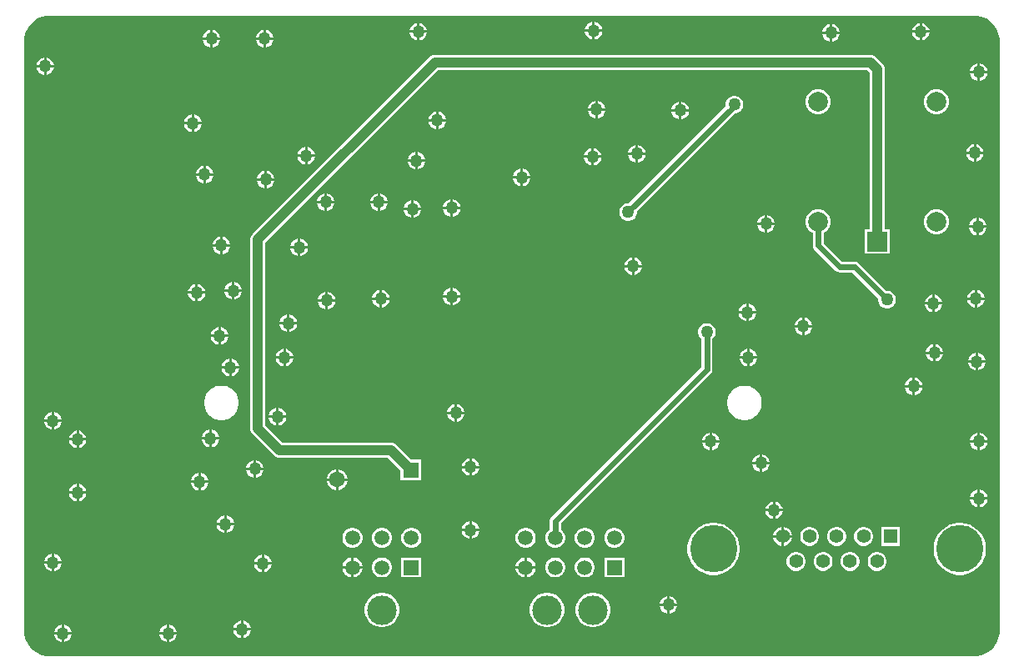
<source format=gbl>
G04*
G04 #@! TF.GenerationSoftware,Altium Limited,Altium Designer,25.8.1 (18)*
G04*
G04 Layer_Physical_Order=2*
G04 Layer_Color=16711680*
%FSLAX44Y44*%
%MOMM*%
G71*
G04*
G04 #@! TF.SameCoordinates,3D28AD71-2A70-4CFD-9337-590B9DAEE029*
G04*
G04*
G04 #@! TF.FilePolarity,Positive*
G04*
G01*
G75*
%ADD43R,1.6000X1.6000*%
%ADD44C,1.6000*%
%ADD48R,2.0000X2.0000*%
%ADD49C,2.0000*%
%ADD52C,0.6000*%
%ADD53C,1.0000*%
%ADD54C,1.5200*%
%ADD55R,1.5200X1.5200*%
%ADD56C,3.0000*%
%ADD57C,4.8000*%
%ADD58C,1.4000*%
%ADD59R,1.4000X1.4000*%
%ADD60C,1.2700*%
G36*
X979379Y659704D02*
X984001Y657789D01*
X988161Y655010D01*
X991699Y651471D01*
X994479Y647311D01*
X996394Y642689D01*
X997370Y637782D01*
Y635280D01*
Y36080D01*
Y33578D01*
X996394Y28671D01*
X994479Y24049D01*
X991699Y19888D01*
X988161Y16351D01*
X984001Y13571D01*
X979379Y11656D01*
X974472Y10680D01*
X30268D01*
X25361Y11656D01*
X20739Y13571D01*
X16578Y16351D01*
X13040Y19888D01*
X10261Y24049D01*
X8346Y28671D01*
X7370Y33578D01*
Y36080D01*
Y635280D01*
Y637782D01*
X8346Y642689D01*
X10261Y647311D01*
X13040Y651471D01*
X16578Y655010D01*
X20739Y657789D01*
X25361Y659704D01*
X30268Y660680D01*
X974472D01*
X979379Y659704D01*
D02*
G37*
%LPC*%
G36*
X586640Y654543D02*
Y646950D01*
X594233D01*
X593654Y649111D01*
X592484Y651139D01*
X590829Y652794D01*
X588801Y653964D01*
X586640Y654543D01*
D02*
G37*
G36*
X584100D02*
X581939Y653964D01*
X579911Y652794D01*
X578256Y651139D01*
X577086Y649111D01*
X576507Y646950D01*
X584100D01*
Y654543D01*
D02*
G37*
G36*
X918640Y653543D02*
Y645950D01*
X926233D01*
X925654Y648111D01*
X924484Y650139D01*
X922829Y651794D01*
X920801Y652964D01*
X918640Y653543D01*
D02*
G37*
G36*
X916100D02*
X913939Y652964D01*
X911911Y651794D01*
X910256Y650139D01*
X909086Y648111D01*
X908507Y645950D01*
X916100D01*
Y653543D01*
D02*
G37*
G36*
X408640D02*
Y645950D01*
X416233D01*
X415654Y648111D01*
X414484Y650139D01*
X412829Y651794D01*
X410801Y652964D01*
X408640Y653543D01*
D02*
G37*
G36*
X406100D02*
X403939Y652964D01*
X401911Y651794D01*
X400256Y650139D01*
X399086Y648111D01*
X398507Y645950D01*
X406100D01*
Y653543D01*
D02*
G37*
G36*
X827640Y652543D02*
Y644950D01*
X835233D01*
X834654Y647111D01*
X833484Y649139D01*
X831829Y650794D01*
X829801Y651964D01*
X827640Y652543D01*
D02*
G37*
G36*
X825100D02*
X822939Y651964D01*
X820911Y650794D01*
X819256Y649139D01*
X818086Y647111D01*
X817507Y644950D01*
X825100D01*
Y652543D01*
D02*
G37*
G36*
X252640Y646543D02*
Y638950D01*
X260233D01*
X259654Y641111D01*
X258484Y643139D01*
X256829Y644794D01*
X254801Y645964D01*
X252640Y646543D01*
D02*
G37*
G36*
X250100D02*
X247939Y645964D01*
X245911Y644794D01*
X244256Y643139D01*
X243086Y641111D01*
X242507Y638950D01*
X250100D01*
Y646543D01*
D02*
G37*
G36*
X198640D02*
Y638950D01*
X206233D01*
X205654Y641111D01*
X204484Y643139D01*
X202829Y644794D01*
X200801Y645964D01*
X198640Y646543D01*
D02*
G37*
G36*
X196100D02*
X193939Y645964D01*
X191911Y644794D01*
X190256Y643139D01*
X189086Y641111D01*
X188507Y638950D01*
X196100D01*
Y646543D01*
D02*
G37*
G36*
X594233Y644410D02*
X586640D01*
Y636817D01*
X588801Y637396D01*
X590829Y638566D01*
X592484Y640221D01*
X593654Y642249D01*
X594233Y644410D01*
D02*
G37*
G36*
X584100D02*
X576507D01*
X577086Y642249D01*
X578256Y640221D01*
X579911Y638566D01*
X581939Y637396D01*
X584100Y636817D01*
Y644410D01*
D02*
G37*
G36*
X926233Y643410D02*
X918640D01*
Y635817D01*
X920801Y636396D01*
X922829Y637566D01*
X924484Y639221D01*
X925654Y641249D01*
X926233Y643410D01*
D02*
G37*
G36*
X916100D02*
X908507D01*
X909086Y641249D01*
X910256Y639221D01*
X911911Y637566D01*
X913939Y636396D01*
X916100Y635817D01*
Y643410D01*
D02*
G37*
G36*
X416233D02*
X408640D01*
Y635817D01*
X410801Y636396D01*
X412829Y637566D01*
X414484Y639221D01*
X415654Y641249D01*
X416233Y643410D01*
D02*
G37*
G36*
X406100D02*
X398507D01*
X399086Y641249D01*
X400256Y639221D01*
X401911Y637566D01*
X403939Y636396D01*
X406100Y635817D01*
Y643410D01*
D02*
G37*
G36*
X835233Y642410D02*
X827640D01*
Y634817D01*
X829801Y635396D01*
X831829Y636566D01*
X833484Y638221D01*
X834654Y640249D01*
X835233Y642410D01*
D02*
G37*
G36*
X825100D02*
X817507D01*
X818086Y640249D01*
X819256Y638221D01*
X820911Y636566D01*
X822939Y635396D01*
X825100Y634817D01*
Y642410D01*
D02*
G37*
G36*
X260233Y636410D02*
X252640D01*
Y628817D01*
X254801Y629396D01*
X256829Y630566D01*
X258484Y632221D01*
X259654Y634249D01*
X260233Y636410D01*
D02*
G37*
G36*
X250100D02*
X242507D01*
X243086Y634249D01*
X244256Y632221D01*
X245911Y630566D01*
X247939Y629396D01*
X250100Y628817D01*
Y636410D01*
D02*
G37*
G36*
X206233D02*
X198640D01*
Y628817D01*
X200801Y629396D01*
X202829Y630566D01*
X204484Y632221D01*
X205654Y634249D01*
X206233Y636410D01*
D02*
G37*
G36*
X196100D02*
X188507D01*
X189086Y634249D01*
X190256Y632221D01*
X191911Y630566D01*
X193939Y629396D01*
X196100Y628817D01*
Y636410D01*
D02*
G37*
G36*
X29640Y618543D02*
Y610950D01*
X37233D01*
X36654Y613111D01*
X35484Y615139D01*
X33829Y616794D01*
X31801Y617964D01*
X29640Y618543D01*
D02*
G37*
G36*
X27100D02*
X24939Y617964D01*
X22911Y616794D01*
X21256Y615139D01*
X20086Y613111D01*
X19507Y610950D01*
X27100D01*
Y618543D01*
D02*
G37*
G36*
X977640Y612543D02*
Y604950D01*
X985233D01*
X984654Y607111D01*
X983484Y609139D01*
X981829Y610794D01*
X979801Y611964D01*
X977640Y612543D01*
D02*
G37*
G36*
X975100D02*
X972939Y611964D01*
X970911Y610794D01*
X969256Y609139D01*
X968086Y607111D01*
X967507Y604950D01*
X975100D01*
Y612543D01*
D02*
G37*
G36*
X37233Y608410D02*
X29640D01*
Y600817D01*
X31801Y601396D01*
X33829Y602566D01*
X35484Y604221D01*
X36654Y606249D01*
X37233Y608410D01*
D02*
G37*
G36*
X27100D02*
X19507D01*
X20086Y606249D01*
X21256Y604221D01*
X22911Y602566D01*
X24939Y601396D01*
X27100Y600817D01*
Y608410D01*
D02*
G37*
G36*
X985233Y602410D02*
X977640D01*
Y594817D01*
X979801Y595396D01*
X981829Y596566D01*
X983484Y598221D01*
X984654Y600249D01*
X985233Y602410D01*
D02*
G37*
G36*
X975100D02*
X967507D01*
X968086Y600249D01*
X969256Y598221D01*
X970911Y596566D01*
X972939Y595396D01*
X975100Y594817D01*
Y602410D01*
D02*
G37*
G36*
X589640Y574543D02*
Y566950D01*
X597233D01*
X596654Y569111D01*
X595484Y571139D01*
X593829Y572794D01*
X591801Y573964D01*
X589640Y574543D01*
D02*
G37*
G36*
X587100D02*
X584939Y573964D01*
X582911Y572794D01*
X581256Y571139D01*
X580086Y569111D01*
X579507Y566950D01*
X587100D01*
Y574543D01*
D02*
G37*
G36*
X674640Y573543D02*
Y565950D01*
X682233D01*
X681654Y568111D01*
X680484Y570139D01*
X678829Y571794D01*
X676801Y572964D01*
X674640Y573543D01*
D02*
G37*
G36*
X672100D02*
X669939Y572964D01*
X667911Y571794D01*
X666256Y570139D01*
X665086Y568111D01*
X664507Y565950D01*
X672100D01*
Y573543D01*
D02*
G37*
G36*
X935021Y586220D02*
X931719D01*
X928530Y585365D01*
X925670Y583714D01*
X923335Y581380D01*
X921685Y578520D01*
X920830Y575331D01*
Y572029D01*
X921685Y568840D01*
X923335Y565980D01*
X925670Y563646D01*
X928530Y561995D01*
X931719Y561140D01*
X935021D01*
X938210Y561995D01*
X941070Y563646D01*
X943404Y565980D01*
X945055Y568840D01*
X945910Y572029D01*
Y575331D01*
X945055Y578520D01*
X943404Y581380D01*
X941070Y583714D01*
X938210Y585365D01*
X935021Y586220D01*
D02*
G37*
G36*
X815021D02*
X811719D01*
X808530Y585365D01*
X805670Y583714D01*
X803335Y581380D01*
X801685Y578520D01*
X800830Y575331D01*
Y572029D01*
X801685Y568840D01*
X803335Y565980D01*
X805670Y563646D01*
X808530Y561995D01*
X811719Y561140D01*
X815021D01*
X818210Y561995D01*
X821070Y563646D01*
X823404Y565980D01*
X825055Y568840D01*
X825910Y572029D01*
Y575331D01*
X825055Y578520D01*
X823404Y581380D01*
X821070Y583714D01*
X818210Y585365D01*
X815021Y586220D01*
D02*
G37*
G36*
X597233Y564410D02*
X589640D01*
Y556817D01*
X591801Y557396D01*
X593829Y558566D01*
X595484Y560221D01*
X596654Y562249D01*
X597233Y564410D01*
D02*
G37*
G36*
X587100D02*
X579507D01*
X580086Y562249D01*
X581256Y560221D01*
X582911Y558566D01*
X584939Y557396D01*
X587100Y556817D01*
Y564410D01*
D02*
G37*
G36*
X427640Y563543D02*
Y555950D01*
X435233D01*
X434654Y558111D01*
X433484Y560139D01*
X431829Y561794D01*
X429801Y562964D01*
X427640Y563543D01*
D02*
G37*
G36*
X425100D02*
X422939Y562964D01*
X420911Y561794D01*
X419256Y560139D01*
X418086Y558111D01*
X417507Y555950D01*
X425100D01*
Y563543D01*
D02*
G37*
G36*
X682233Y563410D02*
X674640D01*
Y555817D01*
X676801Y556396D01*
X678829Y557566D01*
X680484Y559221D01*
X681654Y561249D01*
X682233Y563410D01*
D02*
G37*
G36*
X672100D02*
X664507D01*
X665086Y561249D01*
X666256Y559221D01*
X667911Y557566D01*
X669939Y556396D01*
X672100Y555817D01*
Y563410D01*
D02*
G37*
G36*
X179640Y560543D02*
Y552950D01*
X187233D01*
X186654Y555111D01*
X185484Y557139D01*
X183829Y558794D01*
X181801Y559964D01*
X179640Y560543D01*
D02*
G37*
G36*
X177100D02*
X174939Y559964D01*
X172911Y558794D01*
X171256Y557139D01*
X170086Y555111D01*
X169507Y552950D01*
X177100D01*
Y560543D01*
D02*
G37*
G36*
X435233Y553410D02*
X427640D01*
Y545817D01*
X429801Y546396D01*
X431829Y547566D01*
X433484Y549221D01*
X434654Y551249D01*
X435233Y553410D01*
D02*
G37*
G36*
X425100D02*
X417507D01*
X418086Y551249D01*
X419256Y549221D01*
X420911Y547566D01*
X422939Y546396D01*
X425100Y545817D01*
Y553410D01*
D02*
G37*
G36*
X187233Y550410D02*
X179640D01*
Y542817D01*
X181801Y543396D01*
X183829Y544566D01*
X185484Y546221D01*
X186654Y548249D01*
X187233Y550410D01*
D02*
G37*
G36*
X177100D02*
X169507D01*
X170086Y548249D01*
X171256Y546221D01*
X172911Y544566D01*
X174939Y543396D01*
X177100Y542817D01*
Y550410D01*
D02*
G37*
G36*
X973640Y530543D02*
Y522950D01*
X981233D01*
X980654Y525111D01*
X979484Y527139D01*
X977829Y528794D01*
X975801Y529964D01*
X973640Y530543D01*
D02*
G37*
G36*
X971100D02*
X968939Y529964D01*
X966911Y528794D01*
X965256Y527139D01*
X964086Y525111D01*
X963507Y522950D01*
X971100D01*
Y530543D01*
D02*
G37*
G36*
X630640Y529543D02*
Y521950D01*
X638233D01*
X637654Y524111D01*
X636484Y526139D01*
X634829Y527794D01*
X632801Y528964D01*
X630640Y529543D01*
D02*
G37*
G36*
X628100D02*
X625939Y528964D01*
X623911Y527794D01*
X622256Y526139D01*
X621086Y524111D01*
X620507Y521950D01*
X628100D01*
Y529543D01*
D02*
G37*
G36*
X294640Y527543D02*
Y519950D01*
X302233D01*
X301654Y522111D01*
X300484Y524139D01*
X298829Y525794D01*
X296801Y526964D01*
X294640Y527543D01*
D02*
G37*
G36*
X292100D02*
X289939Y526964D01*
X287911Y525794D01*
X286256Y524139D01*
X285086Y522111D01*
X284507Y519950D01*
X292100D01*
Y527543D01*
D02*
G37*
G36*
X585640Y526543D02*
Y518950D01*
X593233D01*
X592654Y521111D01*
X591484Y523139D01*
X589829Y524794D01*
X587801Y525964D01*
X585640Y526543D01*
D02*
G37*
G36*
X583100D02*
X580939Y525964D01*
X578911Y524794D01*
X577256Y523139D01*
X576086Y521111D01*
X575507Y518950D01*
X583100D01*
Y526543D01*
D02*
G37*
G36*
X406640Y522543D02*
Y514950D01*
X414233D01*
X413654Y517111D01*
X412484Y519139D01*
X410829Y520794D01*
X408801Y521964D01*
X406640Y522543D01*
D02*
G37*
G36*
X404100D02*
X401939Y521964D01*
X399911Y520794D01*
X398256Y519139D01*
X397086Y517111D01*
X396507Y514950D01*
X404100D01*
Y522543D01*
D02*
G37*
G36*
X981233Y520410D02*
X973640D01*
Y512817D01*
X975801Y513396D01*
X977829Y514566D01*
X979484Y516221D01*
X980654Y518249D01*
X981233Y520410D01*
D02*
G37*
G36*
X971100D02*
X963507D01*
X964086Y518249D01*
X965256Y516221D01*
X966911Y514566D01*
X968939Y513396D01*
X971100Y512817D01*
Y520410D01*
D02*
G37*
G36*
X638233Y519410D02*
X630640D01*
Y511817D01*
X632801Y512396D01*
X634829Y513566D01*
X636484Y515221D01*
X637654Y517249D01*
X638233Y519410D01*
D02*
G37*
G36*
X628100D02*
X620507D01*
X621086Y517249D01*
X622256Y515221D01*
X623911Y513566D01*
X625939Y512396D01*
X628100Y511817D01*
Y519410D01*
D02*
G37*
G36*
X302233Y517410D02*
X294640D01*
Y509817D01*
X296801Y510396D01*
X298829Y511566D01*
X300484Y513221D01*
X301654Y515249D01*
X302233Y517410D01*
D02*
G37*
G36*
X292100D02*
X284507D01*
X285086Y515249D01*
X286256Y513221D01*
X287911Y511566D01*
X289939Y510396D01*
X292100Y509817D01*
Y517410D01*
D02*
G37*
G36*
X593233Y516410D02*
X585640D01*
Y508817D01*
X587801Y509396D01*
X589829Y510566D01*
X591484Y512221D01*
X592654Y514249D01*
X593233Y516410D01*
D02*
G37*
G36*
X583100D02*
X575507D01*
X576086Y514249D01*
X577256Y512221D01*
X578911Y510566D01*
X580939Y509396D01*
X583100Y508817D01*
Y516410D01*
D02*
G37*
G36*
X414233Y512410D02*
X406640D01*
Y504817D01*
X408801Y505396D01*
X410829Y506566D01*
X412484Y508221D01*
X413654Y510249D01*
X414233Y512410D01*
D02*
G37*
G36*
X404100D02*
X396507D01*
X397086Y510249D01*
X398256Y508221D01*
X399911Y506566D01*
X401939Y505396D01*
X404100Y504817D01*
Y512410D01*
D02*
G37*
G36*
X191640Y508543D02*
Y500950D01*
X199233D01*
X198654Y503111D01*
X197484Y505139D01*
X195829Y506794D01*
X193801Y507964D01*
X191640Y508543D01*
D02*
G37*
G36*
X189100D02*
X186939Y507964D01*
X184911Y506794D01*
X183256Y505139D01*
X182086Y503111D01*
X181507Y500950D01*
X189100D01*
Y508543D01*
D02*
G37*
G36*
X513640Y505543D02*
Y497950D01*
X521233D01*
X520654Y500111D01*
X519484Y502139D01*
X517829Y503794D01*
X515801Y504964D01*
X513640Y505543D01*
D02*
G37*
G36*
X511100D02*
X508939Y504964D01*
X506911Y503794D01*
X505256Y502139D01*
X504086Y500111D01*
X503507Y497950D01*
X511100D01*
Y505543D01*
D02*
G37*
G36*
X253640Y503543D02*
Y495950D01*
X261233D01*
X260654Y498111D01*
X259484Y500139D01*
X257829Y501794D01*
X255801Y502964D01*
X253640Y503543D01*
D02*
G37*
G36*
X251100D02*
X248939Y502964D01*
X246911Y501794D01*
X245256Y500139D01*
X244086Y498111D01*
X243507Y495950D01*
X251100D01*
Y503543D01*
D02*
G37*
G36*
X199233Y498410D02*
X191640D01*
Y490817D01*
X193801Y491396D01*
X195829Y492566D01*
X197484Y494221D01*
X198654Y496249D01*
X199233Y498410D01*
D02*
G37*
G36*
X189100D02*
X181507D01*
X182086Y496249D01*
X183256Y494221D01*
X184911Y492566D01*
X186939Y491396D01*
X189100Y490817D01*
Y498410D01*
D02*
G37*
G36*
X521233Y495410D02*
X513640D01*
Y487817D01*
X515801Y488396D01*
X517829Y489566D01*
X519484Y491221D01*
X520654Y493249D01*
X521233Y495410D01*
D02*
G37*
G36*
X511100D02*
X503507D01*
X504086Y493249D01*
X505256Y491221D01*
X506911Y489566D01*
X508939Y488396D01*
X511100Y487817D01*
Y495410D01*
D02*
G37*
G36*
X261233Y493410D02*
X253640D01*
Y485817D01*
X255801Y486396D01*
X257829Y487566D01*
X259484Y489221D01*
X260654Y491249D01*
X261233Y493410D01*
D02*
G37*
G36*
X251100D02*
X243507D01*
X244086Y491249D01*
X245256Y489221D01*
X246911Y487566D01*
X248939Y486396D01*
X251100Y485817D01*
Y493410D01*
D02*
G37*
G36*
X368640Y480543D02*
Y472950D01*
X376233D01*
X375654Y475111D01*
X374484Y477139D01*
X372829Y478794D01*
X370801Y479964D01*
X368640Y480543D01*
D02*
G37*
G36*
X366100D02*
X363939Y479964D01*
X361911Y478794D01*
X360256Y477139D01*
X359086Y475111D01*
X358507Y472950D01*
X366100D01*
Y480543D01*
D02*
G37*
G36*
X314640D02*
Y472950D01*
X322233D01*
X321654Y475111D01*
X320484Y477139D01*
X318829Y478794D01*
X316801Y479964D01*
X314640Y480543D01*
D02*
G37*
G36*
X312100D02*
X309939Y479964D01*
X307911Y478794D01*
X306256Y477139D01*
X305086Y475111D01*
X304507Y472950D01*
X312100D01*
Y480543D01*
D02*
G37*
G36*
X442640Y474543D02*
Y466950D01*
X450233D01*
X449654Y469111D01*
X448484Y471139D01*
X446829Y472794D01*
X444801Y473964D01*
X442640Y474543D01*
D02*
G37*
G36*
X440100D02*
X437939Y473964D01*
X435911Y472794D01*
X434256Y471139D01*
X433086Y469111D01*
X432507Y466950D01*
X440100D01*
Y474543D01*
D02*
G37*
G36*
X402640Y473543D02*
Y465950D01*
X410233D01*
X409654Y468111D01*
X408484Y470139D01*
X406829Y471794D01*
X404801Y472964D01*
X402640Y473543D01*
D02*
G37*
G36*
X400100D02*
X397939Y472964D01*
X395911Y471794D01*
X394256Y470139D01*
X393086Y468111D01*
X392507Y465950D01*
X400100D01*
Y473543D01*
D02*
G37*
G36*
X376233Y470410D02*
X368640D01*
Y462817D01*
X370801Y463396D01*
X372829Y464566D01*
X374484Y466221D01*
X375654Y468249D01*
X376233Y470410D01*
D02*
G37*
G36*
X366100D02*
X358507D01*
X359086Y468249D01*
X360256Y466221D01*
X361911Y464566D01*
X363939Y463396D01*
X366100Y462817D01*
Y470410D01*
D02*
G37*
G36*
X322233D02*
X314640D01*
Y462817D01*
X316801Y463396D01*
X318829Y464566D01*
X320484Y466221D01*
X321654Y468249D01*
X322233Y470410D01*
D02*
G37*
G36*
X312100D02*
X304507D01*
X305086Y468249D01*
X306256Y466221D01*
X307911Y464566D01*
X309939Y463396D01*
X312100Y462817D01*
Y470410D01*
D02*
G37*
G36*
X450233Y464410D02*
X442640D01*
Y456817D01*
X444801Y457396D01*
X446829Y458566D01*
X448484Y460221D01*
X449654Y462249D01*
X450233Y464410D01*
D02*
G37*
G36*
X440100D02*
X432507D01*
X433086Y462249D01*
X434256Y460221D01*
X435911Y458566D01*
X437939Y457396D01*
X440100Y456817D01*
Y464410D01*
D02*
G37*
G36*
X410233Y463410D02*
X402640D01*
Y455817D01*
X404801Y456396D01*
X406829Y457566D01*
X408484Y459221D01*
X409654Y461249D01*
X410233Y463410D01*
D02*
G37*
G36*
X400100D02*
X392507D01*
X393086Y461249D01*
X394256Y459221D01*
X395911Y457566D01*
X397939Y456396D01*
X400100Y455817D01*
Y463410D01*
D02*
G37*
G36*
X729540Y579570D02*
X727200D01*
X724939Y578964D01*
X722911Y577794D01*
X721256Y576139D01*
X720086Y574111D01*
X719480Y571850D01*
Y569510D01*
X719634Y568933D01*
X621272Y470570D01*
X619200D01*
X616939Y469964D01*
X614911Y468794D01*
X613256Y467139D01*
X612086Y465111D01*
X611480Y462850D01*
Y460510D01*
X612086Y458249D01*
X613256Y456221D01*
X614911Y454566D01*
X616939Y453396D01*
X619200Y452790D01*
X621540D01*
X623801Y453396D01*
X625829Y454566D01*
X627484Y456221D01*
X628654Y458249D01*
X629260Y460510D01*
Y462582D01*
X728468Y561790D01*
X729540D01*
X731801Y562396D01*
X733829Y563566D01*
X735484Y565221D01*
X736654Y567249D01*
X737260Y569510D01*
Y571850D01*
X736654Y574111D01*
X735484Y576139D01*
X733829Y577794D01*
X731801Y578964D01*
X729540Y579570D01*
D02*
G37*
G36*
X761640Y458543D02*
Y450950D01*
X769233D01*
X768654Y453111D01*
X767484Y455139D01*
X765829Y456794D01*
X763801Y457964D01*
X761640Y458543D01*
D02*
G37*
G36*
X759100D02*
X756939Y457964D01*
X754911Y456794D01*
X753256Y455139D01*
X752086Y453111D01*
X751507Y450950D01*
X759100D01*
Y458543D01*
D02*
G37*
G36*
X976640Y455543D02*
Y447950D01*
X984233D01*
X983654Y450111D01*
X982484Y452139D01*
X980829Y453794D01*
X978801Y454964D01*
X976640Y455543D01*
D02*
G37*
G36*
X974100D02*
X971939Y454964D01*
X969911Y453794D01*
X968256Y452139D01*
X967086Y450111D01*
X966507Y447950D01*
X974100D01*
Y455543D01*
D02*
G37*
G36*
X769233Y448410D02*
X761640D01*
Y440817D01*
X763801Y441396D01*
X765829Y442566D01*
X767484Y444221D01*
X768654Y446249D01*
X769233Y448410D01*
D02*
G37*
G36*
X759100D02*
X751507D01*
X752086Y446249D01*
X753256Y444221D01*
X754911Y442566D01*
X756939Y441396D01*
X759100Y440817D01*
Y448410D01*
D02*
G37*
G36*
X935021Y464220D02*
X931719D01*
X928530Y463365D01*
X925670Y461715D01*
X923335Y459380D01*
X921685Y456520D01*
X920830Y453331D01*
Y450029D01*
X921685Y446840D01*
X923335Y443980D01*
X925670Y441646D01*
X928530Y439995D01*
X931719Y439140D01*
X935021D01*
X938210Y439995D01*
X941070Y441646D01*
X943404Y443980D01*
X945055Y446840D01*
X945910Y450029D01*
Y453331D01*
X945055Y456520D01*
X943404Y459380D01*
X941070Y461715D01*
X938210Y463365D01*
X935021Y464220D01*
D02*
G37*
G36*
X984233Y445410D02*
X976640D01*
Y437817D01*
X978801Y438396D01*
X980829Y439566D01*
X982484Y441221D01*
X983654Y443249D01*
X984233Y445410D01*
D02*
G37*
G36*
X974100D02*
X966507D01*
X967086Y443249D01*
X968256Y441221D01*
X969911Y439566D01*
X971939Y438396D01*
X974100Y437817D01*
Y445410D01*
D02*
G37*
G36*
X208640Y436543D02*
Y428950D01*
X216233D01*
X215654Y431111D01*
X214484Y433139D01*
X212829Y434794D01*
X210801Y435964D01*
X208640Y436543D01*
D02*
G37*
G36*
X206100D02*
X203939Y435964D01*
X201911Y434794D01*
X200256Y433139D01*
X199086Y431111D01*
X198507Y428950D01*
X206100D01*
Y436543D01*
D02*
G37*
G36*
X287640Y434543D02*
Y426950D01*
X295233D01*
X294654Y429111D01*
X293484Y431139D01*
X291829Y432794D01*
X289801Y433964D01*
X287640Y434543D01*
D02*
G37*
G36*
X285100D02*
X282939Y433964D01*
X280911Y432794D01*
X279256Y431139D01*
X278086Y429111D01*
X277507Y426950D01*
X285100D01*
Y434543D01*
D02*
G37*
G36*
X866370Y621285D02*
X424370D01*
X422402Y621026D01*
X421864Y620803D01*
X420568Y620266D01*
X418992Y619058D01*
X238992Y439058D01*
X237784Y437482D01*
X237247Y436186D01*
X237024Y435648D01*
X236765Y433680D01*
Y241680D01*
X237024Y239712D01*
X237247Y239174D01*
X237784Y237878D01*
X238992Y236302D01*
X260992Y214302D01*
X262568Y213094D01*
X263864Y212557D01*
X264402Y212334D01*
X266370Y212075D01*
X376720D01*
X389330Y199465D01*
Y189140D01*
X410410D01*
Y210220D01*
X400085D01*
X385248Y225058D01*
X383672Y226266D01*
X382375Y226803D01*
X381838Y227026D01*
X379870Y227285D01*
X269520D01*
X251975Y244830D01*
Y430530D01*
X427520Y606075D01*
X863220D01*
X865765Y603530D01*
Y444220D01*
X860830D01*
Y419140D01*
X885910D01*
Y444220D01*
X880975D01*
Y606680D01*
X880716Y608648D01*
X880271Y609723D01*
X879956Y610482D01*
X878748Y612058D01*
X871748Y619058D01*
X870173Y620266D01*
X868876Y620803D01*
X868338Y621026D01*
X866370Y621285D01*
D02*
G37*
G36*
X216233Y426410D02*
X208640D01*
Y418817D01*
X210801Y419396D01*
X212829Y420566D01*
X214484Y422221D01*
X215654Y424249D01*
X216233Y426410D01*
D02*
G37*
G36*
X206100D02*
X198507D01*
X199086Y424249D01*
X200256Y422221D01*
X201911Y420566D01*
X203939Y419396D01*
X206100Y418817D01*
Y426410D01*
D02*
G37*
G36*
X295233Y424410D02*
X287640D01*
Y416817D01*
X289801Y417396D01*
X291829Y418566D01*
X293484Y420221D01*
X294654Y422249D01*
X295233Y424410D01*
D02*
G37*
G36*
X285100D02*
X277507D01*
X278086Y422249D01*
X279256Y420221D01*
X280911Y418566D01*
X282939Y417396D01*
X285100Y416817D01*
Y424410D01*
D02*
G37*
G36*
X626640Y415543D02*
Y407950D01*
X634233D01*
X633654Y410111D01*
X632484Y412139D01*
X630829Y413794D01*
X628801Y414964D01*
X626640Y415543D01*
D02*
G37*
G36*
X624100D02*
X621939Y414964D01*
X619911Y413794D01*
X618256Y412139D01*
X617086Y410111D01*
X616507Y407950D01*
X624100D01*
Y415543D01*
D02*
G37*
G36*
X634233Y405410D02*
X626640D01*
Y397817D01*
X628801Y398396D01*
X630829Y399566D01*
X632484Y401221D01*
X633654Y403249D01*
X634233Y405410D01*
D02*
G37*
G36*
X624100D02*
X616507D01*
X617086Y403249D01*
X618256Y401221D01*
X619911Y399566D01*
X621939Y398396D01*
X624100Y397817D01*
Y405410D01*
D02*
G37*
G36*
X220640Y390543D02*
Y382950D01*
X228233D01*
X227654Y385111D01*
X226484Y387139D01*
X224829Y388794D01*
X222801Y389964D01*
X220640Y390543D01*
D02*
G37*
G36*
X218100D02*
X215939Y389964D01*
X213911Y388794D01*
X212256Y387139D01*
X211086Y385111D01*
X210507Y382950D01*
X218100D01*
Y390543D01*
D02*
G37*
G36*
X183640Y388543D02*
Y380950D01*
X191233D01*
X190654Y383111D01*
X189484Y385139D01*
X187829Y386794D01*
X185801Y387964D01*
X183640Y388543D01*
D02*
G37*
G36*
X181100D02*
X178939Y387964D01*
X176911Y386794D01*
X175256Y385139D01*
X174086Y383111D01*
X173507Y380950D01*
X181100D01*
Y388543D01*
D02*
G37*
G36*
X442640Y384543D02*
Y376950D01*
X450233D01*
X449654Y379111D01*
X448484Y381139D01*
X446829Y382794D01*
X444801Y383964D01*
X442640Y384543D01*
D02*
G37*
G36*
X440100D02*
X437939Y383964D01*
X435911Y382794D01*
X434256Y381139D01*
X433086Y379111D01*
X432507Y376950D01*
X440100D01*
Y384543D01*
D02*
G37*
G36*
X974640Y382543D02*
Y374950D01*
X982233D01*
X981654Y377111D01*
X980484Y379139D01*
X978829Y380794D01*
X976801Y381964D01*
X974640Y382543D01*
D02*
G37*
G36*
X972100D02*
X969939Y381964D01*
X967911Y380794D01*
X966256Y379139D01*
X965086Y377111D01*
X964507Y374950D01*
X972100D01*
Y382543D01*
D02*
G37*
G36*
X370640D02*
Y374950D01*
X378233D01*
X377654Y377111D01*
X376484Y379139D01*
X374829Y380794D01*
X372801Y381964D01*
X370640Y382543D01*
D02*
G37*
G36*
X368100D02*
X365939Y381964D01*
X363911Y380794D01*
X362256Y379139D01*
X361086Y377111D01*
X360507Y374950D01*
X368100D01*
Y382543D01*
D02*
G37*
G36*
X315640Y380543D02*
Y372950D01*
X323233D01*
X322654Y375111D01*
X321484Y377139D01*
X319829Y378794D01*
X317801Y379964D01*
X315640Y380543D01*
D02*
G37*
G36*
X313100D02*
X310939Y379964D01*
X308911Y378794D01*
X307256Y377139D01*
X306086Y375111D01*
X305507Y372950D01*
X313100D01*
Y380543D01*
D02*
G37*
G36*
X228233Y380410D02*
X220640D01*
Y372817D01*
X222801Y373396D01*
X224829Y374566D01*
X226484Y376221D01*
X227654Y378249D01*
X228233Y380410D01*
D02*
G37*
G36*
X218100D02*
X210507D01*
X211086Y378249D01*
X212256Y376221D01*
X213911Y374566D01*
X215939Y373396D01*
X218100Y372817D01*
Y380410D01*
D02*
G37*
G36*
X191233Y378410D02*
X183640D01*
Y370817D01*
X185801Y371396D01*
X187829Y372566D01*
X189484Y374221D01*
X190654Y376249D01*
X191233Y378410D01*
D02*
G37*
G36*
X181100D02*
X173507D01*
X174086Y376249D01*
X175256Y374221D01*
X176911Y372566D01*
X178939Y371396D01*
X181100Y370817D01*
Y378410D01*
D02*
G37*
G36*
X931640Y377543D02*
Y369950D01*
X939233D01*
X938654Y372111D01*
X937484Y374139D01*
X935829Y375794D01*
X933801Y376964D01*
X931640Y377543D01*
D02*
G37*
G36*
X929100D02*
X926939Y376964D01*
X924911Y375794D01*
X923256Y374139D01*
X922086Y372111D01*
X921507Y369950D01*
X929100D01*
Y377543D01*
D02*
G37*
G36*
X450233Y374410D02*
X442640D01*
Y366817D01*
X444801Y367396D01*
X446829Y368566D01*
X448484Y370221D01*
X449654Y372249D01*
X450233Y374410D01*
D02*
G37*
G36*
X440100D02*
X432507D01*
X433086Y372249D01*
X434256Y370221D01*
X435911Y368566D01*
X437939Y367396D01*
X440100Y366817D01*
Y374410D01*
D02*
G37*
G36*
X982233Y372410D02*
X974640D01*
Y364817D01*
X976801Y365396D01*
X978829Y366566D01*
X980484Y368221D01*
X981654Y370249D01*
X982233Y372410D01*
D02*
G37*
G36*
X972100D02*
X964507D01*
X965086Y370249D01*
X966256Y368221D01*
X967911Y366566D01*
X969939Y365396D01*
X972100Y364817D01*
Y372410D01*
D02*
G37*
G36*
X378233D02*
X370640D01*
Y364817D01*
X372801Y365396D01*
X374829Y366566D01*
X376484Y368221D01*
X377654Y370249D01*
X378233Y372410D01*
D02*
G37*
G36*
X368100D02*
X360507D01*
X361086Y370249D01*
X362256Y368221D01*
X363911Y366566D01*
X365939Y365396D01*
X368100Y364817D01*
Y372410D01*
D02*
G37*
G36*
X815021Y464220D02*
X811719D01*
X808530Y463365D01*
X805670Y461715D01*
X803335Y459380D01*
X801685Y456520D01*
X800830Y453331D01*
Y450029D01*
X801685Y446840D01*
X803335Y443980D01*
X805670Y441646D01*
X807721Y440461D01*
Y427680D01*
X807721Y427680D01*
X808151Y425518D01*
X809376Y423686D01*
X831376Y401686D01*
X831376Y401686D01*
X832474Y400952D01*
X833208Y400462D01*
X835370Y400032D01*
X835370Y400032D01*
X848030D01*
X874480Y373582D01*
Y371510D01*
X875086Y369249D01*
X876256Y367221D01*
X877911Y365566D01*
X879939Y364396D01*
X882200Y363790D01*
X884540D01*
X886801Y364396D01*
X888829Y365566D01*
X890484Y367221D01*
X891654Y369249D01*
X892260Y371510D01*
Y373850D01*
X891654Y376111D01*
X890484Y378139D01*
X888829Y379794D01*
X886801Y380964D01*
X884540Y381570D01*
X882468D01*
X854364Y409674D01*
X852532Y410899D01*
X850370Y411329D01*
X850370Y411329D01*
X837710D01*
X819018Y430020D01*
Y440461D01*
X821070Y441646D01*
X823404Y443980D01*
X825055Y446840D01*
X825910Y450029D01*
Y453331D01*
X825055Y456520D01*
X823404Y459380D01*
X821070Y461715D01*
X818210Y463365D01*
X815021Y464220D01*
D02*
G37*
G36*
X323233Y370410D02*
X315640D01*
Y362817D01*
X317801Y363396D01*
X319829Y364566D01*
X321484Y366221D01*
X322654Y368249D01*
X323233Y370410D01*
D02*
G37*
G36*
X313100D02*
X305507D01*
X306086Y368249D01*
X307256Y366221D01*
X308911Y364566D01*
X310939Y363396D01*
X313100Y362817D01*
Y370410D01*
D02*
G37*
G36*
X742640Y368543D02*
Y360950D01*
X750233D01*
X749654Y363111D01*
X748484Y365139D01*
X746829Y366794D01*
X744801Y367964D01*
X742640Y368543D01*
D02*
G37*
G36*
X740100D02*
X737939Y367964D01*
X735911Y366794D01*
X734256Y365139D01*
X733086Y363111D01*
X732507Y360950D01*
X740100D01*
Y368543D01*
D02*
G37*
G36*
X939233Y367410D02*
X931640D01*
Y359817D01*
X933801Y360396D01*
X935829Y361566D01*
X937484Y363221D01*
X938654Y365249D01*
X939233Y367410D01*
D02*
G37*
G36*
X929100D02*
X921507D01*
X922086Y365249D01*
X923256Y363221D01*
X924911Y361566D01*
X926939Y360396D01*
X929100Y359817D01*
Y367410D01*
D02*
G37*
G36*
X750233Y358410D02*
X742640D01*
Y350817D01*
X744801Y351396D01*
X746829Y352566D01*
X748484Y354221D01*
X749654Y356249D01*
X750233Y358410D01*
D02*
G37*
G36*
X740100D02*
X732507D01*
X733086Y356249D01*
X734256Y354221D01*
X735911Y352566D01*
X737939Y351396D01*
X740100Y350817D01*
Y358410D01*
D02*
G37*
G36*
X276640Y357543D02*
Y349950D01*
X284233D01*
X283654Y352111D01*
X282484Y354139D01*
X280829Y355794D01*
X278801Y356964D01*
X276640Y357543D01*
D02*
G37*
G36*
X274100D02*
X271939Y356964D01*
X269911Y355794D01*
X268256Y354139D01*
X267086Y352111D01*
X266507Y349950D01*
X274100D01*
Y357543D01*
D02*
G37*
G36*
X799640Y354543D02*
Y346950D01*
X807233D01*
X806654Y349111D01*
X805484Y351139D01*
X803829Y352794D01*
X801801Y353964D01*
X799640Y354543D01*
D02*
G37*
G36*
X797100D02*
X794939Y353964D01*
X792911Y352794D01*
X791256Y351139D01*
X790086Y349111D01*
X789507Y346950D01*
X797100D01*
Y354543D01*
D02*
G37*
G36*
X284233Y347410D02*
X276640D01*
Y339817D01*
X278801Y340396D01*
X280829Y341566D01*
X282484Y343221D01*
X283654Y345249D01*
X284233Y347410D01*
D02*
G37*
G36*
X274100D02*
X266507D01*
X267086Y345249D01*
X268256Y343221D01*
X269911Y341566D01*
X271939Y340396D01*
X274100Y339817D01*
Y347410D01*
D02*
G37*
G36*
X206640Y344543D02*
Y336950D01*
X214233D01*
X213654Y339111D01*
X212484Y341139D01*
X210829Y342794D01*
X208801Y343964D01*
X206640Y344543D01*
D02*
G37*
G36*
X204100D02*
X201939Y343964D01*
X199911Y342794D01*
X198256Y341139D01*
X197086Y339111D01*
X196507Y336950D01*
X204100D01*
Y344543D01*
D02*
G37*
G36*
X807233Y344410D02*
X799640D01*
Y336817D01*
X801801Y337396D01*
X803829Y338566D01*
X805484Y340221D01*
X806654Y342249D01*
X807233Y344410D01*
D02*
G37*
G36*
X797100D02*
X789507D01*
X790086Y342249D01*
X791256Y340221D01*
X792911Y338566D01*
X794939Y337396D01*
X797100Y336817D01*
Y344410D01*
D02*
G37*
G36*
X214233Y334410D02*
X206640D01*
Y326817D01*
X208801Y327396D01*
X210829Y328566D01*
X212484Y330221D01*
X213654Y332249D01*
X214233Y334410D01*
D02*
G37*
G36*
X204100D02*
X196507D01*
X197086Y332249D01*
X198256Y330221D01*
X199911Y328566D01*
X201939Y327396D01*
X204100Y326817D01*
Y334410D01*
D02*
G37*
G36*
X932640Y327543D02*
Y319950D01*
X940233D01*
X939654Y322111D01*
X938484Y324139D01*
X936829Y325794D01*
X934801Y326964D01*
X932640Y327543D01*
D02*
G37*
G36*
X930100D02*
X927939Y326964D01*
X925911Y325794D01*
X924256Y324139D01*
X923086Y322111D01*
X922507Y319950D01*
X930100D01*
Y327543D01*
D02*
G37*
G36*
X743640Y322543D02*
Y314950D01*
X751233D01*
X750654Y317111D01*
X749484Y319139D01*
X747829Y320794D01*
X745801Y321964D01*
X743640Y322543D01*
D02*
G37*
G36*
X741100D02*
X738939Y321964D01*
X736911Y320794D01*
X735256Y319139D01*
X734086Y317111D01*
X733507Y314950D01*
X741100D01*
Y322543D01*
D02*
G37*
G36*
X272640D02*
Y314950D01*
X280233D01*
X279654Y317111D01*
X278484Y319139D01*
X276829Y320794D01*
X274801Y321964D01*
X272640Y322543D01*
D02*
G37*
G36*
X270100D02*
X267939Y321964D01*
X265911Y320794D01*
X264256Y319139D01*
X263086Y317111D01*
X262507Y314950D01*
X270100D01*
Y322543D01*
D02*
G37*
G36*
X975640Y318543D02*
Y310950D01*
X983233D01*
X982654Y313111D01*
X981484Y315139D01*
X979829Y316794D01*
X977801Y317964D01*
X975640Y318543D01*
D02*
G37*
G36*
X973100D02*
X970939Y317964D01*
X968911Y316794D01*
X967256Y315139D01*
X966086Y313111D01*
X965507Y310950D01*
X973100D01*
Y318543D01*
D02*
G37*
G36*
X940233Y317410D02*
X932640D01*
Y309817D01*
X934801Y310396D01*
X936829Y311566D01*
X938484Y313221D01*
X939654Y315249D01*
X940233Y317410D01*
D02*
G37*
G36*
X930100D02*
X922507D01*
X923086Y315249D01*
X924256Y313221D01*
X925911Y311566D01*
X927939Y310396D01*
X930100Y309817D01*
Y317410D01*
D02*
G37*
G36*
X217640Y312543D02*
Y304950D01*
X225233D01*
X224654Y307111D01*
X223484Y309139D01*
X221829Y310794D01*
X219801Y311964D01*
X217640Y312543D01*
D02*
G37*
G36*
X215100D02*
X212939Y311964D01*
X210911Y310794D01*
X209256Y309139D01*
X208086Y307111D01*
X207507Y304950D01*
X215100D01*
Y312543D01*
D02*
G37*
G36*
X751233Y312410D02*
X743640D01*
Y304817D01*
X745801Y305396D01*
X747829Y306566D01*
X749484Y308221D01*
X750654Y310249D01*
X751233Y312410D01*
D02*
G37*
G36*
X741100D02*
X733507D01*
X734086Y310249D01*
X735256Y308221D01*
X736911Y306566D01*
X738939Y305396D01*
X741100Y304817D01*
Y312410D01*
D02*
G37*
G36*
X280233D02*
X272640D01*
Y304817D01*
X274801Y305396D01*
X276829Y306566D01*
X278484Y308221D01*
X279654Y310249D01*
X280233Y312410D01*
D02*
G37*
G36*
X270100D02*
X262507D01*
X263086Y310249D01*
X264256Y308221D01*
X265911Y306566D01*
X267939Y305396D01*
X270100Y304817D01*
Y312410D01*
D02*
G37*
G36*
X983233Y308410D02*
X975640D01*
Y300817D01*
X977801Y301396D01*
X979829Y302566D01*
X981484Y304221D01*
X982654Y306249D01*
X983233Y308410D01*
D02*
G37*
G36*
X973100D02*
X965507D01*
X966086Y306249D01*
X967256Y304221D01*
X968911Y302566D01*
X970939Y301396D01*
X973100Y300817D01*
Y308410D01*
D02*
G37*
G36*
X225233Y302410D02*
X217640D01*
Y294817D01*
X219801Y295396D01*
X221829Y296566D01*
X223484Y298221D01*
X224654Y300249D01*
X225233Y302410D01*
D02*
G37*
G36*
X215100D02*
X207507D01*
X208086Y300249D01*
X209256Y298221D01*
X210911Y296566D01*
X212939Y295396D01*
X215100Y294817D01*
Y302410D01*
D02*
G37*
G36*
X911640Y293543D02*
Y285950D01*
X919233D01*
X918654Y288111D01*
X917484Y290139D01*
X915829Y291794D01*
X913801Y292964D01*
X911640Y293543D01*
D02*
G37*
G36*
X909100D02*
X906939Y292964D01*
X904911Y291794D01*
X903256Y290139D01*
X902086Y288111D01*
X901507Y285950D01*
X909100D01*
Y293543D01*
D02*
G37*
G36*
X919233Y283410D02*
X911640D01*
Y275817D01*
X913801Y276396D01*
X915829Y277566D01*
X917484Y279221D01*
X918654Y281249D01*
X919233Y283410D01*
D02*
G37*
G36*
X909100D02*
X901507D01*
X902086Y281249D01*
X903256Y279221D01*
X904911Y277566D01*
X906939Y276396D01*
X909100Y275817D01*
Y283410D01*
D02*
G37*
G36*
X446640Y266543D02*
Y258950D01*
X454233D01*
X453654Y261111D01*
X452484Y263139D01*
X450829Y264794D01*
X448801Y265964D01*
X446640Y266543D01*
D02*
G37*
G36*
X444100D02*
X441939Y265964D01*
X439911Y264794D01*
X438256Y263139D01*
X437086Y261111D01*
X436507Y258950D01*
X444100D01*
Y266543D01*
D02*
G37*
G36*
X265640Y262543D02*
Y254950D01*
X273233D01*
X272654Y257111D01*
X271484Y259139D01*
X269829Y260794D01*
X267801Y261964D01*
X265640Y262543D01*
D02*
G37*
G36*
X263100D02*
X260939Y261964D01*
X258911Y260794D01*
X257256Y259139D01*
X256086Y257111D01*
X255507Y254950D01*
X263100D01*
Y262543D01*
D02*
G37*
G36*
X37640Y258543D02*
Y250950D01*
X45233D01*
X44654Y253111D01*
X43484Y255139D01*
X41829Y256794D01*
X39801Y257964D01*
X37640Y258543D01*
D02*
G37*
G36*
X35100D02*
X32939Y257964D01*
X30911Y256794D01*
X29256Y255139D01*
X28086Y253111D01*
X27507Y250950D01*
X35100D01*
Y258543D01*
D02*
G37*
G36*
X740098Y285220D02*
X736643D01*
X733254Y284546D01*
X730062Y283224D01*
X727189Y281304D01*
X724746Y278861D01*
X722826Y275988D01*
X721504Y272796D01*
X720830Y269408D01*
Y265952D01*
X721504Y262564D01*
X722826Y259372D01*
X724746Y256499D01*
X727189Y254056D01*
X730062Y252136D01*
X733254Y250814D01*
X736643Y250140D01*
X740098D01*
X743486Y250814D01*
X746678Y252136D01*
X749551Y254056D01*
X751994Y256499D01*
X753914Y259372D01*
X755236Y262564D01*
X755910Y265952D01*
Y269408D01*
X755236Y272796D01*
X753914Y275988D01*
X751994Y278861D01*
X749551Y281304D01*
X746678Y283224D01*
X743486Y284546D01*
X740098Y285220D01*
D02*
G37*
G36*
X209097D02*
X205643D01*
X202254Y284546D01*
X199062Y283224D01*
X196189Y281304D01*
X193746Y278861D01*
X191826Y275988D01*
X190504Y272796D01*
X189830Y269408D01*
Y265952D01*
X190504Y262564D01*
X191826Y259372D01*
X193746Y256499D01*
X196189Y254056D01*
X199062Y252136D01*
X202254Y250814D01*
X205643Y250140D01*
X209097D01*
X212486Y250814D01*
X215678Y252136D01*
X218551Y254056D01*
X220994Y256499D01*
X222914Y259372D01*
X224236Y262564D01*
X224910Y265952D01*
Y269408D01*
X224236Y272796D01*
X222914Y275988D01*
X220994Y278861D01*
X218551Y281304D01*
X215678Y283224D01*
X212486Y284546D01*
X209097Y285220D01*
D02*
G37*
G36*
X454233Y256410D02*
X446640D01*
Y248817D01*
X448801Y249396D01*
X450829Y250566D01*
X452484Y252221D01*
X453654Y254249D01*
X454233Y256410D01*
D02*
G37*
G36*
X444100D02*
X436507D01*
X437086Y254249D01*
X438256Y252221D01*
X439911Y250566D01*
X441939Y249396D01*
X444100Y248817D01*
Y256410D01*
D02*
G37*
G36*
X273233Y252410D02*
X265640D01*
Y244817D01*
X267801Y245396D01*
X269829Y246566D01*
X271484Y248221D01*
X272654Y250249D01*
X273233Y252410D01*
D02*
G37*
G36*
X263100D02*
X255507D01*
X256086Y250249D01*
X257256Y248221D01*
X258911Y246566D01*
X260939Y245396D01*
X263100Y244817D01*
Y252410D01*
D02*
G37*
G36*
X45233Y248410D02*
X37640D01*
Y240817D01*
X39801Y241396D01*
X41829Y242566D01*
X43484Y244221D01*
X44654Y246249D01*
X45233Y248410D01*
D02*
G37*
G36*
X35100D02*
X27507D01*
X28086Y246249D01*
X29256Y244221D01*
X30911Y242566D01*
X32939Y241396D01*
X35100Y240817D01*
Y248410D01*
D02*
G37*
G36*
X197640Y240543D02*
Y232950D01*
X205233D01*
X204654Y235111D01*
X203484Y237139D01*
X201829Y238794D01*
X199801Y239964D01*
X197640Y240543D01*
D02*
G37*
G36*
X195100D02*
X192939Y239964D01*
X190911Y238794D01*
X189256Y237139D01*
X188086Y235111D01*
X187507Y232950D01*
X195100D01*
Y240543D01*
D02*
G37*
G36*
X62640Y239543D02*
Y231950D01*
X70233D01*
X69654Y234111D01*
X68484Y236139D01*
X66829Y237794D01*
X64801Y238964D01*
X62640Y239543D01*
D02*
G37*
G36*
X60100D02*
X57939Y238964D01*
X55911Y237794D01*
X54256Y236139D01*
X53086Y234111D01*
X52507Y231950D01*
X60100D01*
Y239543D01*
D02*
G37*
G36*
X977640Y237543D02*
Y229950D01*
X985233D01*
X984654Y232111D01*
X983484Y234139D01*
X981829Y235794D01*
X979801Y236964D01*
X977640Y237543D01*
D02*
G37*
G36*
X975100D02*
X972939Y236964D01*
X970911Y235794D01*
X969256Y234139D01*
X968086Y232111D01*
X967507Y229950D01*
X975100D01*
Y237543D01*
D02*
G37*
G36*
X705640D02*
Y229950D01*
X713233D01*
X712654Y232111D01*
X711484Y234139D01*
X709829Y235794D01*
X707801Y236964D01*
X705640Y237543D01*
D02*
G37*
G36*
X703100D02*
X700939Y236964D01*
X698911Y235794D01*
X697256Y234139D01*
X696086Y232111D01*
X695507Y229950D01*
X703100D01*
Y237543D01*
D02*
G37*
G36*
X205233Y230410D02*
X197640D01*
Y222817D01*
X199801Y223396D01*
X201829Y224566D01*
X203484Y226221D01*
X204654Y228249D01*
X205233Y230410D01*
D02*
G37*
G36*
X195100D02*
X187507D01*
X188086Y228249D01*
X189256Y226221D01*
X190911Y224566D01*
X192939Y223396D01*
X195100Y222817D01*
Y230410D01*
D02*
G37*
G36*
X70233Y229410D02*
X62640D01*
Y221817D01*
X64801Y222396D01*
X66829Y223566D01*
X68484Y225221D01*
X69654Y227249D01*
X70233Y229410D01*
D02*
G37*
G36*
X60100D02*
X52507D01*
X53086Y227249D01*
X54256Y225221D01*
X55911Y223566D01*
X57939Y222396D01*
X60100Y221817D01*
Y229410D01*
D02*
G37*
G36*
X985233Y227410D02*
X977640D01*
Y219817D01*
X979801Y220396D01*
X981829Y221566D01*
X983484Y223221D01*
X984654Y225249D01*
X985233Y227410D01*
D02*
G37*
G36*
X975100D02*
X967507D01*
X968086Y225249D01*
X969256Y223221D01*
X970911Y221566D01*
X972939Y220396D01*
X975100Y219817D01*
Y227410D01*
D02*
G37*
G36*
X713233D02*
X705640D01*
Y219817D01*
X707801Y220396D01*
X709829Y221566D01*
X711484Y223221D01*
X712654Y225249D01*
X713233Y227410D01*
D02*
G37*
G36*
X703100D02*
X695507D01*
X696086Y225249D01*
X697256Y223221D01*
X698911Y221566D01*
X700939Y220396D01*
X703100Y219817D01*
Y227410D01*
D02*
G37*
G36*
X756640Y215543D02*
Y207950D01*
X764233D01*
X763654Y210111D01*
X762484Y212139D01*
X760829Y213794D01*
X758801Y214964D01*
X756640Y215543D01*
D02*
G37*
G36*
X754100D02*
X751939Y214964D01*
X749911Y213794D01*
X748256Y212139D01*
X747086Y210111D01*
X746507Y207950D01*
X754100D01*
Y215543D01*
D02*
G37*
G36*
X461640Y211543D02*
Y203950D01*
X469233D01*
X468654Y206111D01*
X467484Y208139D01*
X465829Y209794D01*
X463801Y210964D01*
X461640Y211543D01*
D02*
G37*
G36*
X459100D02*
X456939Y210964D01*
X454911Y209794D01*
X453256Y208139D01*
X452086Y206111D01*
X451507Y203950D01*
X459100D01*
Y211543D01*
D02*
G37*
G36*
X242640Y209543D02*
Y201950D01*
X250233D01*
X249654Y204111D01*
X248484Y206139D01*
X246829Y207794D01*
X244801Y208964D01*
X242640Y209543D01*
D02*
G37*
G36*
X240100D02*
X237939Y208964D01*
X235911Y207794D01*
X234256Y206139D01*
X233086Y204111D01*
X232507Y201950D01*
X240100D01*
Y209543D01*
D02*
G37*
G36*
X764233Y205410D02*
X756640D01*
Y197817D01*
X758801Y198396D01*
X760829Y199566D01*
X762484Y201221D01*
X763654Y203249D01*
X764233Y205410D01*
D02*
G37*
G36*
X754100D02*
X746507D01*
X747086Y203249D01*
X748256Y201221D01*
X749911Y199566D01*
X751939Y198396D01*
X754100Y197817D01*
Y205410D01*
D02*
G37*
G36*
X469233Y201410D02*
X461640D01*
Y193817D01*
X463801Y194396D01*
X465829Y195566D01*
X467484Y197221D01*
X468654Y199249D01*
X469233Y201410D01*
D02*
G37*
G36*
X459100D02*
X451507D01*
X452086Y199249D01*
X453256Y197221D01*
X454911Y195566D01*
X456939Y194396D01*
X459100Y193817D01*
Y201410D01*
D02*
G37*
G36*
X250233Y199410D02*
X242640D01*
Y191817D01*
X244801Y192396D01*
X246829Y193566D01*
X248484Y195221D01*
X249654Y197249D01*
X250233Y199410D01*
D02*
G37*
G36*
X240100D02*
X232507D01*
X233086Y197249D01*
X234256Y195221D01*
X235911Y193566D01*
X237939Y192396D01*
X240100Y191817D01*
Y199410D01*
D02*
G37*
G36*
X326258Y200220D02*
X326140D01*
Y190950D01*
X335410D01*
Y191068D01*
X334692Y193748D01*
X333304Y196152D01*
X331342Y198114D01*
X328938Y199502D01*
X326258Y200220D01*
D02*
G37*
G36*
X323600D02*
X323482D01*
X320802Y199502D01*
X318398Y198114D01*
X316436Y196152D01*
X315048Y193748D01*
X314330Y191068D01*
Y190950D01*
X323600D01*
Y200220D01*
D02*
G37*
G36*
X186640Y196543D02*
Y188950D01*
X194233D01*
X193654Y191111D01*
X192484Y193139D01*
X190829Y194794D01*
X188801Y195964D01*
X186640Y196543D01*
D02*
G37*
G36*
X184100D02*
X181939Y195964D01*
X179911Y194794D01*
X178256Y193139D01*
X177086Y191111D01*
X176507Y188950D01*
X184100D01*
Y196543D01*
D02*
G37*
G36*
X335410Y188410D02*
X326140D01*
Y179140D01*
X326258D01*
X328938Y179858D01*
X331342Y181246D01*
X333304Y183208D01*
X334692Y185612D01*
X335410Y188292D01*
Y188410D01*
D02*
G37*
G36*
X323600D02*
X314330D01*
Y188292D01*
X315048Y185612D01*
X316436Y183208D01*
X318398Y181246D01*
X320802Y179858D01*
X323482Y179140D01*
X323600D01*
Y188410D01*
D02*
G37*
G36*
X194233Y186410D02*
X186640D01*
Y178817D01*
X188801Y179396D01*
X190829Y180566D01*
X192484Y182221D01*
X193654Y184249D01*
X194233Y186410D01*
D02*
G37*
G36*
X184100D02*
X176507D01*
X177086Y184249D01*
X178256Y182221D01*
X179911Y180566D01*
X181939Y179396D01*
X184100Y178817D01*
Y186410D01*
D02*
G37*
G36*
X62640Y185543D02*
Y177950D01*
X70233D01*
X69654Y180111D01*
X68484Y182139D01*
X66829Y183794D01*
X64801Y184964D01*
X62640Y185543D01*
D02*
G37*
G36*
X60100D02*
X57939Y184964D01*
X55911Y183794D01*
X54256Y182139D01*
X53086Y180111D01*
X52507Y177950D01*
X60100D01*
Y185543D01*
D02*
G37*
G36*
X977640Y179543D02*
Y171950D01*
X985233D01*
X984654Y174111D01*
X983484Y176139D01*
X981829Y177794D01*
X979801Y178964D01*
X977640Y179543D01*
D02*
G37*
G36*
X975100D02*
X972939Y178964D01*
X970911Y177794D01*
X969256Y176139D01*
X968086Y174111D01*
X967507Y171950D01*
X975100D01*
Y179543D01*
D02*
G37*
G36*
X70233Y175410D02*
X62640D01*
Y167817D01*
X64801Y168396D01*
X66829Y169566D01*
X68484Y171221D01*
X69654Y173249D01*
X70233Y175410D01*
D02*
G37*
G36*
X60100D02*
X52507D01*
X53086Y173249D01*
X54256Y171221D01*
X55911Y169566D01*
X57939Y168396D01*
X60100Y167817D01*
Y175410D01*
D02*
G37*
G36*
X985233Y169410D02*
X977640D01*
Y161817D01*
X979801Y162396D01*
X981829Y163566D01*
X983484Y165221D01*
X984654Y167249D01*
X985233Y169410D01*
D02*
G37*
G36*
X975100D02*
X967507D01*
X968086Y167249D01*
X969256Y165221D01*
X970911Y163566D01*
X972939Y162396D01*
X975100Y161817D01*
Y169410D01*
D02*
G37*
G36*
X769640Y167543D02*
Y159950D01*
X777233D01*
X776654Y162111D01*
X775484Y164139D01*
X773829Y165794D01*
X771801Y166964D01*
X769640Y167543D01*
D02*
G37*
G36*
X767100D02*
X764939Y166964D01*
X762911Y165794D01*
X761256Y164139D01*
X760086Y162111D01*
X759507Y159950D01*
X767100D01*
Y167543D01*
D02*
G37*
G36*
X777233Y157410D02*
X769640D01*
Y149817D01*
X771801Y150396D01*
X773829Y151566D01*
X775484Y153221D01*
X776654Y155249D01*
X777233Y157410D01*
D02*
G37*
G36*
X767100D02*
X759507D01*
X760086Y155249D01*
X761256Y153221D01*
X762911Y151566D01*
X764939Y150396D01*
X767100Y149817D01*
Y157410D01*
D02*
G37*
G36*
X212640Y153543D02*
Y145950D01*
X220233D01*
X219654Y148111D01*
X218484Y150139D01*
X216829Y151794D01*
X214801Y152964D01*
X212640Y153543D01*
D02*
G37*
G36*
X210100D02*
X207939Y152964D01*
X205911Y151794D01*
X204256Y150139D01*
X203086Y148111D01*
X202507Y145950D01*
X210100D01*
Y153543D01*
D02*
G37*
G36*
X461640Y147543D02*
Y139950D01*
X469233D01*
X468654Y142111D01*
X467484Y144139D01*
X465829Y145794D01*
X463801Y146964D01*
X461640Y147543D01*
D02*
G37*
G36*
X459100D02*
X456939Y146964D01*
X454911Y145794D01*
X453256Y144139D01*
X452086Y142111D01*
X451507Y139950D01*
X459100D01*
Y147543D01*
D02*
G37*
G36*
X220233Y143410D02*
X212640D01*
Y135817D01*
X214801Y136396D01*
X216829Y137566D01*
X218484Y139221D01*
X219654Y141249D01*
X220233Y143410D01*
D02*
G37*
G36*
X210100D02*
X202507D01*
X203086Y141249D01*
X204256Y139221D01*
X205911Y137566D01*
X207939Y136396D01*
X210100Y135817D01*
Y143410D01*
D02*
G37*
G36*
X778540Y141616D02*
Y133350D01*
X786806D01*
X786160Y135762D01*
X784904Y137938D01*
X783128Y139714D01*
X780952Y140970D01*
X778540Y141616D01*
D02*
G37*
G36*
X776000D02*
X773588Y140970D01*
X771412Y139714D01*
X769636Y137938D01*
X768380Y135762D01*
X767734Y133350D01*
X776000D01*
Y141616D01*
D02*
G37*
G36*
X469233Y137410D02*
X461640D01*
Y129817D01*
X463801Y130396D01*
X465829Y131566D01*
X467484Y133221D01*
X468654Y135249D01*
X469233Y137410D01*
D02*
G37*
G36*
X459100D02*
X451507D01*
X452086Y135249D01*
X453256Y133221D01*
X454911Y131566D01*
X456939Y130396D01*
X459100Y129817D01*
Y137410D01*
D02*
G37*
G36*
X786806Y130810D02*
X778540D01*
Y122544D01*
X780952Y123190D01*
X783128Y124446D01*
X784904Y126222D01*
X786160Y128398D01*
X786806Y130810D01*
D02*
G37*
G36*
X776000D02*
X767734D01*
X768380Y128398D01*
X769636Y126222D01*
X771412Y124446D01*
X773588Y123190D01*
X776000Y122544D01*
Y130810D01*
D02*
G37*
G36*
X896410Y141620D02*
X877330D01*
Y122540D01*
X896410D01*
Y141620D01*
D02*
G37*
G36*
X860726D02*
X858214D01*
X855788Y140970D01*
X853612Y139714D01*
X851836Y137938D01*
X850580Y135762D01*
X849930Y133336D01*
Y130824D01*
X850580Y128398D01*
X851836Y126222D01*
X853612Y124446D01*
X855788Y123190D01*
X858214Y122540D01*
X860726D01*
X863152Y123190D01*
X865328Y124446D01*
X867104Y126222D01*
X868360Y128398D01*
X869010Y130824D01*
Y133336D01*
X868360Y135762D01*
X867104Y137938D01*
X865328Y139714D01*
X863152Y140970D01*
X860726Y141620D01*
D02*
G37*
G36*
X833326D02*
X830814D01*
X828388Y140970D01*
X826212Y139714D01*
X824436Y137938D01*
X823180Y135762D01*
X822530Y133336D01*
Y130824D01*
X823180Y128398D01*
X824436Y126222D01*
X826212Y124446D01*
X828388Y123190D01*
X830814Y122540D01*
X833326D01*
X835752Y123190D01*
X837928Y124446D01*
X839704Y126222D01*
X840960Y128398D01*
X841610Y130824D01*
Y133336D01*
X840960Y135762D01*
X839704Y137938D01*
X837928Y139714D01*
X835752Y140970D01*
X833326Y141620D01*
D02*
G37*
G36*
X805926D02*
X803414D01*
X800988Y140970D01*
X798812Y139714D01*
X797036Y137938D01*
X795780Y135762D01*
X795130Y133336D01*
Y130824D01*
X795780Y128398D01*
X797036Y126222D01*
X798812Y124446D01*
X800988Y123190D01*
X803414Y122540D01*
X805926D01*
X808352Y123190D01*
X810528Y124446D01*
X812304Y126222D01*
X813560Y128398D01*
X814210Y130824D01*
Y133336D01*
X813560Y135762D01*
X812304Y137938D01*
X810528Y139714D01*
X808352Y140970D01*
X805926Y141620D01*
D02*
G37*
G36*
X607705Y140820D02*
X605035D01*
X602456Y140129D01*
X600144Y138794D01*
X598256Y136906D01*
X596921Y134594D01*
X596230Y132015D01*
Y129345D01*
X596921Y126766D01*
X598256Y124454D01*
X600144Y122566D01*
X602456Y121231D01*
X605035Y120540D01*
X607705D01*
X610284Y121231D01*
X612596Y122566D01*
X614484Y124454D01*
X615819Y126766D01*
X616510Y129345D01*
Y132015D01*
X615819Y134594D01*
X614484Y136906D01*
X612596Y138794D01*
X610284Y140129D01*
X607705Y140820D01*
D02*
G37*
G36*
X577705D02*
X575035D01*
X572456Y140129D01*
X570144Y138794D01*
X568256Y136906D01*
X566921Y134594D01*
X566230Y132015D01*
Y129345D01*
X566921Y126766D01*
X568256Y124454D01*
X570144Y122566D01*
X572456Y121231D01*
X575035Y120540D01*
X577705D01*
X580284Y121231D01*
X582596Y122566D01*
X584484Y124454D01*
X585819Y126766D01*
X586510Y129345D01*
Y132015D01*
X585819Y134594D01*
X584484Y136906D01*
X582596Y138794D01*
X580284Y140129D01*
X577705Y140820D01*
D02*
G37*
G36*
X701540Y348570D02*
X699200D01*
X696939Y347964D01*
X694911Y346794D01*
X693256Y345139D01*
X692086Y343111D01*
X691480Y340850D01*
Y338510D01*
X692086Y336249D01*
X693256Y334221D01*
X694722Y332756D01*
Y304020D01*
X542376Y151674D01*
X541151Y149842D01*
X540721Y147680D01*
X540721Y147680D01*
Y139128D01*
X540144Y138794D01*
X538256Y136906D01*
X536921Y134594D01*
X536230Y132015D01*
Y129345D01*
X536921Y126766D01*
X538256Y124454D01*
X540144Y122566D01*
X542456Y121231D01*
X545035Y120540D01*
X547705D01*
X550284Y121231D01*
X552596Y122566D01*
X554484Y124454D01*
X555819Y126766D01*
X556510Y129345D01*
Y132015D01*
X555819Y134594D01*
X554484Y136906D01*
X552596Y138794D01*
X552019Y139128D01*
Y145340D01*
X704364Y297686D01*
X704364Y297686D01*
X705589Y299518D01*
X706019Y301680D01*
X706019Y301680D01*
Y332756D01*
X707484Y334221D01*
X708654Y336249D01*
X709260Y338510D01*
Y340850D01*
X708654Y343111D01*
X707484Y345139D01*
X705829Y346794D01*
X703801Y347964D01*
X701540Y348570D01*
D02*
G37*
G36*
X517705Y140820D02*
X515035D01*
X512456Y140129D01*
X510144Y138794D01*
X508256Y136906D01*
X506921Y134594D01*
X506230Y132015D01*
Y129345D01*
X506921Y126766D01*
X508256Y124454D01*
X510144Y122566D01*
X512456Y121231D01*
X515035Y120540D01*
X517705D01*
X520284Y121231D01*
X522596Y122566D01*
X524484Y124454D01*
X525819Y126766D01*
X526510Y129345D01*
Y132015D01*
X525819Y134594D01*
X524484Y136906D01*
X522596Y138794D01*
X520284Y140129D01*
X517705Y140820D01*
D02*
G37*
G36*
X401705D02*
X399035D01*
X396456Y140129D01*
X394144Y138794D01*
X392256Y136906D01*
X390921Y134594D01*
X390230Y132015D01*
Y129345D01*
X390921Y126766D01*
X392256Y124454D01*
X394144Y122566D01*
X396456Y121231D01*
X399035Y120540D01*
X401705D01*
X404284Y121231D01*
X406596Y122566D01*
X408484Y124454D01*
X409819Y126766D01*
X410510Y129345D01*
Y132015D01*
X409819Y134594D01*
X408484Y136906D01*
X406596Y138794D01*
X404284Y140129D01*
X401705Y140820D01*
D02*
G37*
G36*
X371705D02*
X369035D01*
X366456Y140129D01*
X364144Y138794D01*
X362256Y136906D01*
X360921Y134594D01*
X360230Y132015D01*
Y129345D01*
X360921Y126766D01*
X362256Y124454D01*
X364144Y122566D01*
X366456Y121231D01*
X369035Y120540D01*
X371705D01*
X374284Y121231D01*
X376596Y122566D01*
X378484Y124454D01*
X379819Y126766D01*
X380510Y129345D01*
Y132015D01*
X379819Y134594D01*
X378484Y136906D01*
X376596Y138794D01*
X374284Y140129D01*
X371705Y140820D01*
D02*
G37*
G36*
X341705D02*
X339035D01*
X336456Y140129D01*
X334144Y138794D01*
X332256Y136906D01*
X330921Y134594D01*
X330230Y132015D01*
Y129345D01*
X330921Y126766D01*
X332256Y124454D01*
X334144Y122566D01*
X336456Y121231D01*
X339035Y120540D01*
X341705D01*
X344284Y121231D01*
X346596Y122566D01*
X348484Y124454D01*
X349819Y126766D01*
X350510Y129345D01*
Y132015D01*
X349819Y134594D01*
X348484Y136906D01*
X346596Y138794D01*
X344284Y140129D01*
X341705Y140820D01*
D02*
G37*
G36*
X37640Y114543D02*
Y106950D01*
X45233D01*
X44654Y109111D01*
X43484Y111139D01*
X41829Y112794D01*
X39801Y113964D01*
X37640Y114543D01*
D02*
G37*
G36*
X35100D02*
X32939Y113964D01*
X30911Y112794D01*
X29256Y111139D01*
X28086Y109111D01*
X27507Y106950D01*
X35100D01*
Y114543D01*
D02*
G37*
G36*
X250640Y113543D02*
Y105950D01*
X258233D01*
X257654Y108111D01*
X256484Y110139D01*
X254829Y111794D01*
X252801Y112964D01*
X250640Y113543D01*
D02*
G37*
G36*
X248100D02*
X245939Y112964D01*
X243911Y111794D01*
X242256Y110139D01*
X241086Y108111D01*
X240507Y105950D01*
X248100D01*
Y113543D01*
D02*
G37*
G36*
X517705Y110820D02*
X517640D01*
Y101950D01*
X526510D01*
Y102015D01*
X525819Y104594D01*
X524484Y106906D01*
X522596Y108794D01*
X520284Y110129D01*
X517705Y110820D01*
D02*
G37*
G36*
X515100D02*
X515035D01*
X512456Y110129D01*
X510144Y108794D01*
X508256Y106906D01*
X506921Y104594D01*
X506230Y102015D01*
Y101950D01*
X515100D01*
Y110820D01*
D02*
G37*
G36*
X341705D02*
X341640D01*
Y101950D01*
X350510D01*
Y102015D01*
X349819Y104594D01*
X348484Y106906D01*
X346596Y108794D01*
X344284Y110129D01*
X341705Y110820D01*
D02*
G37*
G36*
X339100D02*
X339035D01*
X336456Y110129D01*
X334144Y108794D01*
X332256Y106906D01*
X330921Y104594D01*
X330230Y102015D01*
Y101950D01*
X339100D01*
Y110820D01*
D02*
G37*
G36*
X874426Y116220D02*
X871914D01*
X869488Y115570D01*
X867312Y114314D01*
X865536Y112538D01*
X864280Y110362D01*
X863630Y107936D01*
Y105424D01*
X864280Y102998D01*
X865536Y100822D01*
X867312Y99046D01*
X869488Y97790D01*
X871914Y97140D01*
X874426D01*
X876852Y97790D01*
X879028Y99046D01*
X880804Y100822D01*
X882060Y102998D01*
X882710Y105424D01*
Y107936D01*
X882060Y110362D01*
X880804Y112538D01*
X879028Y114314D01*
X876852Y115570D01*
X874426Y116220D01*
D02*
G37*
G36*
X847026D02*
X844514D01*
X842088Y115570D01*
X839912Y114314D01*
X838136Y112538D01*
X836880Y110362D01*
X836230Y107936D01*
Y105424D01*
X836880Y102998D01*
X838136Y100822D01*
X839912Y99046D01*
X842088Y97790D01*
X844514Y97140D01*
X847026D01*
X849452Y97790D01*
X851628Y99046D01*
X853404Y100822D01*
X854660Y102998D01*
X855310Y105424D01*
Y107936D01*
X854660Y110362D01*
X853404Y112538D01*
X851628Y114314D01*
X849452Y115570D01*
X847026Y116220D01*
D02*
G37*
G36*
X819626D02*
X817114D01*
X814688Y115570D01*
X812512Y114314D01*
X810736Y112538D01*
X809480Y110362D01*
X808830Y107936D01*
Y105424D01*
X809480Y102998D01*
X810736Y100822D01*
X812512Y99046D01*
X814688Y97790D01*
X817114Y97140D01*
X819626D01*
X822052Y97790D01*
X824228Y99046D01*
X826004Y100822D01*
X827260Y102998D01*
X827910Y105424D01*
Y107936D01*
X827260Y110362D01*
X826004Y112538D01*
X824228Y114314D01*
X822052Y115570D01*
X819626Y116220D01*
D02*
G37*
G36*
X792226D02*
X789714D01*
X787288Y115570D01*
X785112Y114314D01*
X783336Y112538D01*
X782080Y110362D01*
X781430Y107936D01*
Y105424D01*
X782080Y102998D01*
X783336Y100822D01*
X785112Y99046D01*
X787288Y97790D01*
X789714Y97140D01*
X792226D01*
X794652Y97790D01*
X796828Y99046D01*
X798604Y100822D01*
X799860Y102998D01*
X800510Y105424D01*
Y107936D01*
X799860Y110362D01*
X798604Y112538D01*
X796828Y114314D01*
X794652Y115570D01*
X792226Y116220D01*
D02*
G37*
G36*
X45233Y104410D02*
X37640D01*
Y96817D01*
X39801Y97396D01*
X41829Y98566D01*
X43484Y100221D01*
X44654Y102249D01*
X45233Y104410D01*
D02*
G37*
G36*
X35100D02*
X27507D01*
X28086Y102249D01*
X29256Y100221D01*
X30911Y98566D01*
X32939Y97396D01*
X35100Y96817D01*
Y104410D01*
D02*
G37*
G36*
X258233Y103410D02*
X250640D01*
Y95817D01*
X252801Y96396D01*
X254829Y97566D01*
X256484Y99221D01*
X257654Y101249D01*
X258233Y103410D01*
D02*
G37*
G36*
X248100D02*
X240507D01*
X241086Y101249D01*
X242256Y99221D01*
X243911Y97566D01*
X245939Y96396D01*
X248100Y95817D01*
Y103410D01*
D02*
G37*
G36*
X959159Y145920D02*
X954981D01*
X950855Y145267D01*
X946882Y143976D01*
X943160Y142079D01*
X939780Y139624D01*
X936826Y136670D01*
X934371Y133290D01*
X932474Y129568D01*
X931183Y125595D01*
X930530Y121469D01*
Y117291D01*
X931183Y113165D01*
X932474Y109192D01*
X934371Y105470D01*
X936826Y102090D01*
X939780Y99136D01*
X943160Y96681D01*
X946882Y94784D01*
X950855Y93493D01*
X954981Y92840D01*
X959159D01*
X963285Y93493D01*
X967258Y94784D01*
X970980Y96681D01*
X974360Y99136D01*
X977314Y102090D01*
X979769Y105470D01*
X981666Y109192D01*
X982956Y113165D01*
X983610Y117291D01*
Y121469D01*
X982956Y125595D01*
X981666Y129568D01*
X979769Y133290D01*
X977314Y136670D01*
X974360Y139624D01*
X970980Y142079D01*
X967258Y143976D01*
X963285Y145267D01*
X959159Y145920D01*
D02*
G37*
G36*
X709159D02*
X704981D01*
X700855Y145267D01*
X696882Y143976D01*
X693160Y142079D01*
X689780Y139624D01*
X686826Y136670D01*
X684371Y133290D01*
X682474Y129568D01*
X681183Y125595D01*
X680530Y121469D01*
Y117291D01*
X681183Y113165D01*
X682474Y109192D01*
X684371Y105470D01*
X686826Y102090D01*
X689780Y99136D01*
X693160Y96681D01*
X696882Y94784D01*
X700855Y93493D01*
X704981Y92840D01*
X709159D01*
X713285Y93493D01*
X717258Y94784D01*
X720980Y96681D01*
X724360Y99136D01*
X727314Y102090D01*
X729769Y105470D01*
X731666Y109192D01*
X732956Y113165D01*
X733610Y117291D01*
Y121469D01*
X732956Y125595D01*
X731666Y129568D01*
X729769Y133290D01*
X727314Y136670D01*
X724360Y139624D01*
X720980Y142079D01*
X717258Y143976D01*
X713285Y145267D01*
X709159Y145920D01*
D02*
G37*
G36*
X616510Y110820D02*
X596230D01*
Y90540D01*
X616510D01*
Y110820D01*
D02*
G37*
G36*
X577705D02*
X575035D01*
X572456Y110129D01*
X570144Y108794D01*
X568256Y106906D01*
X566921Y104594D01*
X566230Y102015D01*
Y99345D01*
X566921Y96766D01*
X568256Y94454D01*
X570144Y92566D01*
X572456Y91231D01*
X575035Y90540D01*
X577705D01*
X580284Y91231D01*
X582596Y92566D01*
X584484Y94454D01*
X585819Y96766D01*
X586510Y99345D01*
Y102015D01*
X585819Y104594D01*
X584484Y106906D01*
X582596Y108794D01*
X580284Y110129D01*
X577705Y110820D01*
D02*
G37*
G36*
X547705D02*
X545035D01*
X542456Y110129D01*
X540144Y108794D01*
X538256Y106906D01*
X536921Y104594D01*
X536230Y102015D01*
Y99345D01*
X536921Y96766D01*
X538256Y94454D01*
X540144Y92566D01*
X542456Y91231D01*
X545035Y90540D01*
X547705D01*
X550284Y91231D01*
X552596Y92566D01*
X554484Y94454D01*
X555819Y96766D01*
X556510Y99345D01*
Y102015D01*
X555819Y104594D01*
X554484Y106906D01*
X552596Y108794D01*
X550284Y110129D01*
X547705Y110820D01*
D02*
G37*
G36*
X526510Y99410D02*
X517640D01*
Y90540D01*
X517705D01*
X520284Y91231D01*
X522596Y92566D01*
X524484Y94454D01*
X525819Y96766D01*
X526510Y99345D01*
Y99410D01*
D02*
G37*
G36*
X515100D02*
X506230D01*
Y99345D01*
X506921Y96766D01*
X508256Y94454D01*
X510144Y92566D01*
X512456Y91231D01*
X515035Y90540D01*
X515100D01*
Y99410D01*
D02*
G37*
G36*
X410510Y110820D02*
X390230D01*
Y90540D01*
X410510D01*
Y110820D01*
D02*
G37*
G36*
X371705D02*
X369035D01*
X366456Y110129D01*
X364144Y108794D01*
X362256Y106906D01*
X360921Y104594D01*
X360230Y102015D01*
Y99345D01*
X360921Y96766D01*
X362256Y94454D01*
X364144Y92566D01*
X366456Y91231D01*
X369035Y90540D01*
X371705D01*
X374284Y91231D01*
X376596Y92566D01*
X378484Y94454D01*
X379819Y96766D01*
X380510Y99345D01*
Y102015D01*
X379819Y104594D01*
X378484Y106906D01*
X376596Y108794D01*
X374284Y110129D01*
X371705Y110820D01*
D02*
G37*
G36*
X350510Y99410D02*
X341640D01*
Y90540D01*
X341705D01*
X344284Y91231D01*
X346596Y92566D01*
X348484Y94454D01*
X349819Y96766D01*
X350510Y99345D01*
Y99410D01*
D02*
G37*
G36*
X339100D02*
X330230D01*
Y99345D01*
X330921Y96766D01*
X332256Y94454D01*
X334144Y92566D01*
X336456Y91231D01*
X339035Y90540D01*
X339100D01*
Y99410D01*
D02*
G37*
G36*
X662640Y71543D02*
Y63950D01*
X670233D01*
X669654Y66111D01*
X668484Y68139D01*
X666829Y69794D01*
X664801Y70964D01*
X662640Y71543D01*
D02*
G37*
G36*
X660100D02*
X657939Y70964D01*
X655911Y69794D01*
X654256Y68139D01*
X653086Y66111D01*
X652507Y63950D01*
X660100D01*
Y71543D01*
D02*
G37*
G36*
X670233Y61410D02*
X662640D01*
Y53817D01*
X664801Y54396D01*
X666829Y55566D01*
X668484Y57221D01*
X669654Y59249D01*
X670233Y61410D01*
D02*
G37*
G36*
X660100D02*
X652507D01*
X653086Y59249D01*
X654256Y57221D01*
X655911Y55566D01*
X657939Y54396D01*
X660100Y53817D01*
Y61410D01*
D02*
G37*
G36*
X586497Y75020D02*
X583042D01*
X579654Y74346D01*
X576462Y73024D01*
X573589Y71104D01*
X571146Y68661D01*
X569226Y65788D01*
X567904Y62596D01*
X567230Y59208D01*
Y55753D01*
X567904Y52364D01*
X569226Y49172D01*
X571146Y46299D01*
X573589Y43856D01*
X576462Y41936D01*
X579654Y40614D01*
X583042Y39940D01*
X586497D01*
X589886Y40614D01*
X593078Y41936D01*
X595951Y43856D01*
X598394Y46299D01*
X600314Y49172D01*
X601636Y52364D01*
X602310Y55753D01*
Y59208D01*
X601636Y62596D01*
X600314Y65788D01*
X598394Y68661D01*
X595951Y71104D01*
X593078Y73024D01*
X589886Y74346D01*
X586497Y75020D01*
D02*
G37*
G36*
X539697D02*
X536242D01*
X532854Y74346D01*
X529662Y73024D01*
X526789Y71104D01*
X524346Y68661D01*
X522426Y65788D01*
X521104Y62596D01*
X520430Y59208D01*
Y55753D01*
X521104Y52364D01*
X522426Y49172D01*
X524346Y46299D01*
X526789Y43856D01*
X529662Y41936D01*
X532854Y40614D01*
X536242Y39940D01*
X539697D01*
X543086Y40614D01*
X546278Y41936D01*
X549151Y43856D01*
X551594Y46299D01*
X553514Y49172D01*
X554836Y52364D01*
X555510Y55753D01*
Y59208D01*
X554836Y62596D01*
X553514Y65788D01*
X551594Y68661D01*
X549151Y71104D01*
X546278Y73024D01*
X543086Y74346D01*
X539697Y75020D01*
D02*
G37*
G36*
X372098D02*
X368643D01*
X365254Y74346D01*
X362062Y73024D01*
X359189Y71104D01*
X356746Y68661D01*
X354826Y65788D01*
X353504Y62596D01*
X352830Y59208D01*
Y55753D01*
X353504Y52364D01*
X354826Y49172D01*
X356746Y46299D01*
X359189Y43856D01*
X362062Y41936D01*
X365254Y40614D01*
X368643Y39940D01*
X372098D01*
X375486Y40614D01*
X378678Y41936D01*
X381551Y43856D01*
X383994Y46299D01*
X385914Y49172D01*
X387236Y52364D01*
X387910Y55753D01*
Y59208D01*
X387236Y62596D01*
X385914Y65788D01*
X383994Y68661D01*
X381551Y71104D01*
X378678Y73024D01*
X375486Y74346D01*
X372098Y75020D01*
D02*
G37*
G36*
X229640Y46543D02*
Y38950D01*
X237233D01*
X236654Y41111D01*
X235484Y43139D01*
X233829Y44794D01*
X231801Y45964D01*
X229640Y46543D01*
D02*
G37*
G36*
X227100D02*
X224939Y45964D01*
X222911Y44794D01*
X221256Y43139D01*
X220086Y41111D01*
X219507Y38950D01*
X227100D01*
Y46543D01*
D02*
G37*
G36*
X154640Y42543D02*
Y34950D01*
X162233D01*
X161654Y37111D01*
X160484Y39139D01*
X158829Y40794D01*
X156801Y41964D01*
X154640Y42543D01*
D02*
G37*
G36*
X152100D02*
X149939Y41964D01*
X147911Y40794D01*
X146256Y39139D01*
X145086Y37111D01*
X144507Y34950D01*
X152100D01*
Y42543D01*
D02*
G37*
G36*
X47640D02*
Y34950D01*
X55233D01*
X54654Y37111D01*
X53484Y39139D01*
X51829Y40794D01*
X49801Y41964D01*
X47640Y42543D01*
D02*
G37*
G36*
X45100D02*
X42939Y41964D01*
X40911Y40794D01*
X39256Y39139D01*
X38086Y37111D01*
X37507Y34950D01*
X45100D01*
Y42543D01*
D02*
G37*
G36*
X237233Y36410D02*
X229640D01*
Y28817D01*
X231801Y29396D01*
X233829Y30566D01*
X235484Y32221D01*
X236654Y34249D01*
X237233Y36410D01*
D02*
G37*
G36*
X227100D02*
X219507D01*
X220086Y34249D01*
X221256Y32221D01*
X222911Y30566D01*
X224939Y29396D01*
X227100Y28817D01*
Y36410D01*
D02*
G37*
G36*
X162233Y32410D02*
X154640D01*
Y24817D01*
X156801Y25396D01*
X158829Y26566D01*
X160484Y28221D01*
X161654Y30249D01*
X162233Y32410D01*
D02*
G37*
G36*
X152100D02*
X144507D01*
X145086Y30249D01*
X146256Y28221D01*
X147911Y26566D01*
X149939Y25396D01*
X152100Y24817D01*
Y32410D01*
D02*
G37*
G36*
X55233D02*
X47640D01*
Y24817D01*
X49801Y25396D01*
X51829Y26566D01*
X53484Y28221D01*
X54654Y30249D01*
X55233Y32410D01*
D02*
G37*
G36*
X45100D02*
X37507D01*
X38086Y30249D01*
X39256Y28221D01*
X40911Y26566D01*
X42939Y25396D01*
X45100Y24817D01*
Y32410D01*
D02*
G37*
%LPD*%
D43*
X399870Y199680D02*
D03*
D44*
X324870Y189680D02*
D03*
D48*
X873370Y431680D02*
D03*
D49*
X933370Y451680D02*
D03*
X813370Y573680D02*
D03*
X933370D02*
D03*
X813370Y451680D02*
D03*
D52*
X546370Y130680D02*
Y147680D01*
X700370Y301680D01*
Y339680D01*
X620370Y461680D02*
X728370Y569680D01*
Y570680D01*
X813370Y427680D02*
Y451680D01*
X850370Y405680D02*
X883370Y372680D01*
X835370Y405680D02*
X850370D01*
X813370Y427680D02*
X835370Y405680D01*
D53*
X244370Y241680D02*
X266370Y219680D01*
X379870D01*
X399870Y199680D01*
X244370Y241680D02*
Y433680D01*
X424370Y613680D01*
X866370D01*
X873370Y431680D02*
Y606680D01*
X866370Y613680D02*
X873370Y606680D01*
D54*
X400370Y130680D02*
D03*
X340370D02*
D03*
X370370D02*
D03*
Y100680D02*
D03*
X340370D02*
D03*
X516370Y130680D02*
D03*
X576370Y100680D02*
D03*
X546370D02*
D03*
X606370Y130680D02*
D03*
X576370D02*
D03*
X546370D02*
D03*
X516370Y100680D02*
D03*
D55*
X400370D02*
D03*
X606370D02*
D03*
D56*
X370370Y57480D02*
D03*
X584770D02*
D03*
X537970D02*
D03*
D57*
X707070Y119380D02*
D03*
X957070D02*
D03*
D58*
X790970Y106680D02*
D03*
X818370D02*
D03*
X845770D02*
D03*
X873170D02*
D03*
X804670Y132080D02*
D03*
X832070D02*
D03*
X859470D02*
D03*
X777270D02*
D03*
D59*
X886870D02*
D03*
D60*
X46370Y33680D02*
D03*
X153370D02*
D03*
X228370Y37680D02*
D03*
X249370Y104680D02*
D03*
X36370Y105680D02*
D03*
X211370Y144680D02*
D03*
X61370Y176680D02*
D03*
X185370Y187680D02*
D03*
X28370Y609680D02*
D03*
X36370Y249680D02*
D03*
X61370Y230680D02*
D03*
X178370Y551680D02*
D03*
X182370Y379680D02*
D03*
X190370Y499680D02*
D03*
X196370Y231680D02*
D03*
X197370Y637680D02*
D03*
X205370Y335680D02*
D03*
X207370Y427680D02*
D03*
X216370Y303680D02*
D03*
X219370Y381680D02*
D03*
X241370Y200680D02*
D03*
X251370Y637680D02*
D03*
X252370Y494680D02*
D03*
X264370Y253680D02*
D03*
X271370Y313680D02*
D03*
X275370Y348680D02*
D03*
X286370Y425680D02*
D03*
X293370Y518680D02*
D03*
X313370Y471680D02*
D03*
X314370Y371680D02*
D03*
X367370Y471680D02*
D03*
X369370Y373680D02*
D03*
X401370Y464680D02*
D03*
X405370Y513680D02*
D03*
X407370Y644680D02*
D03*
X426370Y554680D02*
D03*
X441370Y375680D02*
D03*
Y465680D02*
D03*
X445370Y257680D02*
D03*
X460370Y202680D02*
D03*
Y138680D02*
D03*
X661370Y62680D02*
D03*
X704370Y228680D02*
D03*
X755370Y206680D02*
D03*
X768370Y158680D02*
D03*
X910370Y284680D02*
D03*
X976370Y228680D02*
D03*
Y170680D02*
D03*
X512370Y496680D02*
D03*
X584370Y517680D02*
D03*
X585370Y645680D02*
D03*
X588370Y565680D02*
D03*
X620370Y461680D02*
D03*
X625370Y406680D02*
D03*
X629370Y520680D02*
D03*
X673370Y564680D02*
D03*
X700370Y339680D02*
D03*
X728370Y570680D02*
D03*
X741370Y359680D02*
D03*
X742370Y313680D02*
D03*
X760370Y449680D02*
D03*
X798370Y345680D02*
D03*
X826370Y643680D02*
D03*
X883370Y372680D02*
D03*
X917370Y644680D02*
D03*
X930370Y368680D02*
D03*
X931370Y318680D02*
D03*
X972370Y521680D02*
D03*
X973370Y373680D02*
D03*
X974370Y309680D02*
D03*
X975370Y446680D02*
D03*
X976370Y603680D02*
D03*
M02*

</source>
